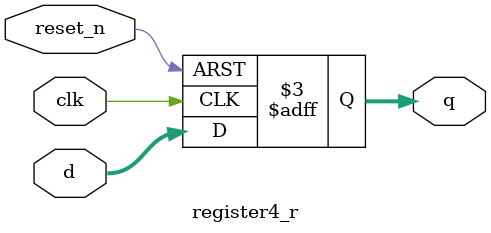
<source format=v>
module register4_r(q, clk, reset_n, d);	//4-bits reset_n register
	input clk, reset_n;
	input [3:0] d;
	output reg [3:0] q;
	
	always@(posedge clk or negedge reset_n)		//Operate when clk and reset_n is changed
	begin
		if(reset_n == 0)		q <= 4'b0;			//reset
		else						q <= d;				//store
	end
endmodule

</source>
